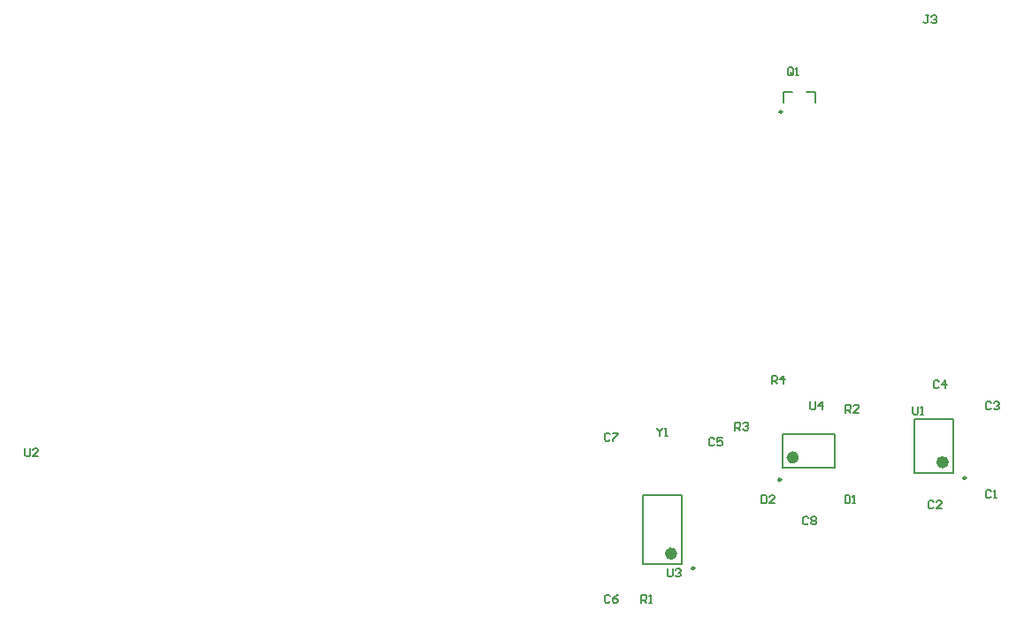
<source format=gto>
G04 Layer_Color=65535*
%FSLAX44Y44*%
%MOMM*%
G71*
G01*
G75*
%ADD28C,0.2500*%
%ADD29C,0.6000*%
%ADD30C,0.2000*%
%ADD31C,0.1270*%
D28*
X764750Y495000D02*
G03*
X764750Y495000I-1250J0D01*
G01*
X680750Y58000D02*
G03*
X680750Y58000I-1250J0D01*
G01*
X763700Y142750D02*
G03*
X763700Y142750I-1250J0D01*
G01*
X940750Y144500D02*
G03*
X940750Y144500I-1250J0D01*
G01*
D29*
X661500Y72000D02*
G03*
X661500Y72000I-3000J0D01*
G01*
X778000Y164000D02*
G03*
X778000Y164000I-3000J0D01*
G01*
X921500Y159500D02*
G03*
X921500Y159500I-3000J0D01*
G01*
D30*
X766500Y504000D02*
Y514000D01*
X774500D01*
X796500Y504000D02*
Y514000D01*
X788500D02*
X796500D01*
X631500Y128000D02*
X668500D01*
X631500Y62000D02*
X668500D01*
X631500D02*
Y128000D01*
X668500Y62000D02*
Y128000D01*
X765000Y154000D02*
X815000D01*
X765000Y186000D02*
X815000D01*
X765000Y154000D02*
Y186000D01*
X815000Y154000D02*
Y186000D01*
X891500Y200500D02*
X928500D01*
X891500Y149500D02*
X928500D01*
X891500D02*
Y200500D01*
X928500Y149500D02*
Y200500D01*
D31*
X905078Y587617D02*
X902539D01*
X903809D01*
Y581270D01*
X902539Y580000D01*
X901270D01*
X900000Y581270D01*
X907617Y586348D02*
X908887Y587617D01*
X911426D01*
X912696Y586348D01*
Y585078D01*
X911426Y583809D01*
X910157D01*
X911426D01*
X912696Y582539D01*
Y581270D01*
X911426Y580000D01*
X908887D01*
X907617Y581270D01*
X775078Y531270D02*
Y536348D01*
X773809Y537617D01*
X771270D01*
X770000Y536348D01*
Y531270D01*
X771270Y530000D01*
X773809D01*
X772539Y532539D02*
X775078Y530000D01*
X773809D02*
X775078Y531270D01*
X777617Y530000D02*
X780157D01*
X778887D01*
Y537617D01*
X777617Y536348D01*
X40000Y172617D02*
Y166270D01*
X41270Y165000D01*
X43809D01*
X45078Y166270D01*
Y172617D01*
X52696Y165000D02*
X47618D01*
X52696Y170078D01*
Y171348D01*
X51426Y172617D01*
X48887D01*
X47618Y171348D01*
X655000Y57618D02*
Y51270D01*
X656270Y50000D01*
X658809D01*
X660078Y51270D01*
Y57618D01*
X662617Y56348D02*
X663887Y57618D01*
X666426D01*
X667696Y56348D01*
Y55078D01*
X666426Y53809D01*
X665157D01*
X666426D01*
X667696Y52539D01*
Y51270D01*
X666426Y50000D01*
X663887D01*
X662617Y51270D01*
X791718Y217675D02*
Y211328D01*
X792988Y210058D01*
X795527D01*
X796796Y211328D01*
Y217675D01*
X803144Y210058D02*
Y217675D01*
X799335Y213867D01*
X804414D01*
X965078Y131348D02*
X963809Y132618D01*
X961270D01*
X960000Y131348D01*
Y126270D01*
X961270Y125000D01*
X963809D01*
X965078Y126270D01*
X967617Y125000D02*
X970157D01*
X968887D01*
Y132618D01*
X967617Y131348D01*
X910078Y121348D02*
X908809Y122618D01*
X906270D01*
X905000Y121348D01*
Y116270D01*
X906270Y115000D01*
X908809D01*
X910078Y116270D01*
X917696Y115000D02*
X912617D01*
X917696Y120078D01*
Y121348D01*
X916426Y122618D01*
X913887D01*
X912617Y121348D01*
X965078Y216348D02*
X963809Y217617D01*
X961270D01*
X960000Y216348D01*
Y211270D01*
X961270Y210000D01*
X963809D01*
X965078Y211270D01*
X967617Y216348D02*
X968887Y217617D01*
X971426D01*
X972696Y216348D01*
Y215078D01*
X971426Y213809D01*
X970157D01*
X971426D01*
X972696Y212539D01*
Y211270D01*
X971426Y210000D01*
X968887D01*
X967617Y211270D01*
X915078Y236348D02*
X913809Y237617D01*
X911270D01*
X910000Y236348D01*
Y231270D01*
X911270Y230000D01*
X913809D01*
X915078Y231270D01*
X921426Y230000D02*
Y237617D01*
X917617Y233809D01*
X922696D01*
X700078Y181348D02*
X698809Y182617D01*
X696270D01*
X695000Y181348D01*
Y176270D01*
X696270Y175000D01*
X698809D01*
X700078Y176270D01*
X707696Y182617D02*
X702617D01*
Y178809D01*
X705157Y180078D01*
X706426D01*
X707696Y178809D01*
Y176270D01*
X706426Y175000D01*
X703887D01*
X702617Y176270D01*
X600078Y31348D02*
X598809Y32617D01*
X596270D01*
X595000Y31348D01*
Y26270D01*
X596270Y25000D01*
X598809D01*
X600078Y26270D01*
X607696Y32617D02*
X605157Y31348D01*
X602617Y28809D01*
Y26270D01*
X603887Y25000D01*
X606426D01*
X607696Y26270D01*
Y27539D01*
X606426Y28809D01*
X602617D01*
X600078Y186348D02*
X598809Y187617D01*
X596270D01*
X595000Y186348D01*
Y181270D01*
X596270Y180000D01*
X598809D01*
X600078Y181270D01*
X602617Y187617D02*
X607696D01*
Y186348D01*
X602617Y181270D01*
Y180000D01*
X790078Y106348D02*
X788809Y107618D01*
X786270D01*
X785000Y106348D01*
Y101270D01*
X786270Y100000D01*
X788809D01*
X790078Y101270D01*
X792617Y106348D02*
X793887Y107618D01*
X796426D01*
X797696Y106348D01*
Y105078D01*
X796426Y103809D01*
X797696Y102539D01*
Y101270D01*
X796426Y100000D01*
X793887D01*
X792617Y101270D01*
Y102539D01*
X793887Y103809D01*
X792617Y105078D01*
Y106348D01*
X793887Y103809D02*
X796426D01*
X825000Y127618D02*
Y120000D01*
X828809D01*
X830078Y121270D01*
Y126348D01*
X828809Y127618D01*
X825000D01*
X832617Y120000D02*
X835157D01*
X833887D01*
Y127618D01*
X832617Y126348D01*
X745000Y127618D02*
Y120000D01*
X748809D01*
X750078Y121270D01*
Y126348D01*
X748809Y127618D01*
X745000D01*
X757696Y120000D02*
X752617D01*
X757696Y125078D01*
Y126348D01*
X756426Y127618D01*
X753887D01*
X752617Y126348D01*
X630000Y25000D02*
Y32617D01*
X633809D01*
X635078Y31348D01*
Y28809D01*
X633809Y27539D01*
X630000D01*
X632539D02*
X635078Y25000D01*
X637617D02*
X640157D01*
X638887D01*
Y32617D01*
X637617Y31348D01*
X825500Y206756D02*
Y214373D01*
X829309D01*
X830578Y213104D01*
Y210565D01*
X829309Y209295D01*
X825500D01*
X828039D02*
X830578Y206756D01*
X838196D02*
X833118D01*
X838196Y211834D01*
Y213104D01*
X836926Y214373D01*
X834387D01*
X833118Y213104D01*
X720000Y190000D02*
Y197617D01*
X723809D01*
X725078Y196348D01*
Y193809D01*
X723809Y192539D01*
X720000D01*
X722539D02*
X725078Y190000D01*
X727617Y196348D02*
X728887Y197617D01*
X731426D01*
X732696Y196348D01*
Y195078D01*
X731426Y193809D01*
X730157D01*
X731426D01*
X732696Y192539D01*
Y191270D01*
X731426Y190000D01*
X728887D01*
X727617Y191270D01*
X755000Y235000D02*
Y242617D01*
X758809D01*
X760078Y241348D01*
Y238809D01*
X758809Y237539D01*
X755000D01*
X757539D02*
X760078Y235000D01*
X766426D02*
Y242617D01*
X762617Y238809D01*
X767696D01*
X890000Y212617D02*
Y206270D01*
X891270Y205000D01*
X893809D01*
X895078Y206270D01*
Y212617D01*
X897617Y205000D02*
X900157D01*
X898887D01*
Y212617D01*
X897617Y211348D01*
X645000Y192617D02*
Y191348D01*
X647539Y188809D01*
X650078Y191348D01*
Y192617D01*
X647539Y188809D02*
Y185000D01*
X652617D02*
X655157D01*
X653887D01*
Y192617D01*
X652617Y191348D01*
M02*

</source>
